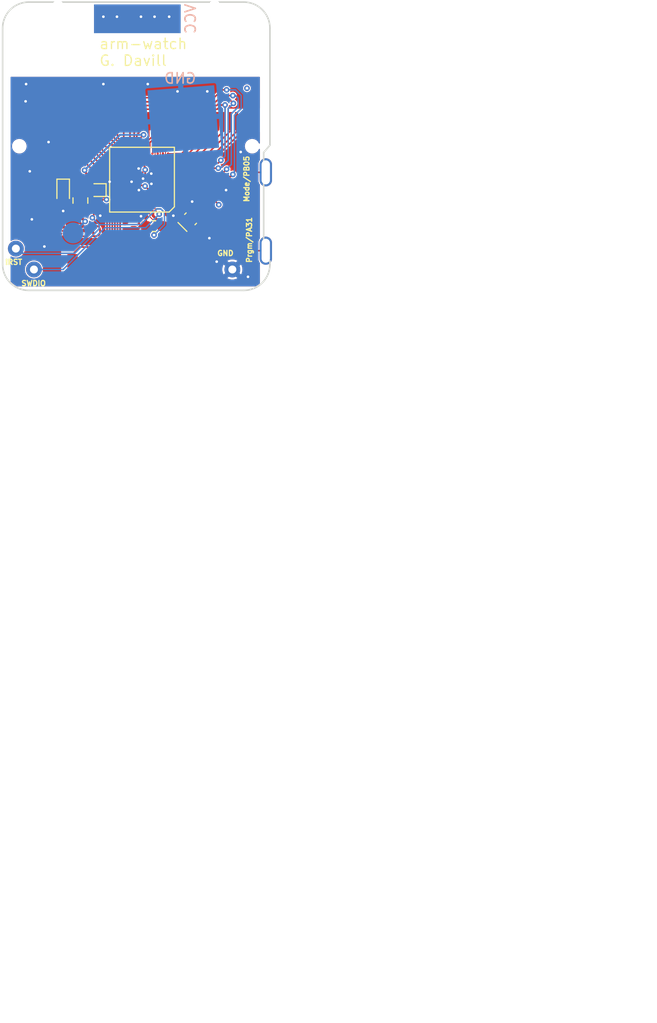
<source format=kicad_pcb>
(kicad_pcb (version 20201116) (generator pcbnew)
  (title_block (title "arm-watch") (date "2020-12-06") (rev "r1.0") (company "GsD - @gregdavill"))
  (layers (0 "F.Cu" signal) (1 "In1.Cu" power) (2 "In2.Cu" signal) (31 "B.Cu" signal) (34 "B.Paste" user) (35 "F.Paste" user) (36 "B.SilkS" user "B.Silkscreen") (37 "F.SilkS" user "F.Silkscreen") (38 "B.Mask" user) (39 "F.Mask" user) (44 "Edge.Cuts" user))
  (net 0 "")
  (net 1 "/LCD_SEG0")
  (net 2 "Net-(U1-PadF11)")
  (net 3 "Net-(U1-PadF10)")
  (net 4 "Net-(U1-PadE11)")
  (net 5 "Net-(U1-PadE10)")
  (net 6 "Net-(U1-PadL6)")
  (net 7 "Net-(U1-PadD10)")
  (net 8 "Net-(U1-PadD9)")
  (net 9 "Net-(U1-PadC11)")
  (net 10 "Net-(U1-PadC10)")
  (net 11 "Net-(D1-Pad1)")
  (net 12 "Net-(C1-Pad1)")
  (net 13 "Net-(U1-PadH9)")
  (net 14 "Net-(U1-PadG11)")
  (net 15 "Net-(U1-PadG10)")
  (net 16 "GND")
  (net 17 "Net-(U1-PadK6)")
  (net 18 "Net-(C2-Pad1)")
  (net 19 "/RST_N")
  (net 20 "+3V0")
  (net 21 "/SWCLK")
  (net 22 "Net-(U1-PadJ8)")
  (net 23 "Net-(U1-PadJ5)")
  (net 24 "/MODE")
  (net 25 "/KEY8")
  (net 26 "/KEY7")
  (net 27 "/SWDIO")
  (net 28 "/KEY6")
  (net 29 "/LCD_COM3")
  (net 30 "/LCD_COM1")
  (net 31 "/LCD_COM2")
  (net 32 "/LCD_COM0")
  (net 33 "Net-(U1-PadE2)")
  (net 34 "Net-(U1-PadE1)")
  (net 35 "Net-(U1-PadD3)")
  (net 36 "Net-(U1-PadD2)")
  (net 37 "Net-(U1-PadD1)")
  (net 38 "Net-(U1-PadC9)")
  (net 39 "Net-(U1-PadC8)")
  (net 40 "Net-(U1-PadC4)")
  (net 41 "Net-(U1-PadC3)")
  (net 42 "Net-(C3-Pad1)")
  (net 43 "Net-(U1-PadB8)")
  (net 44 "Net-(U1-PadB7)")
  (net 45 "Net-(U1-PadB6)")
  (net 46 "Net-(L1-Pad1)")
  (net 47 "Net-(U1-PadA9)")
  (net 48 "Net-(U1-PadB9)")
  (net 49 "Net-(BRD1-Pad8)")
  (net 50 "/BUZZER")
  (net 51 "Net-(U1-PadA6)")
  (net 52 "Net-(U1-PadA3)")
  (net 53 "Net-(U1-PadA2)")
  (net 54 "/LCD_SEG10")
  (net 55 "/LCD_SEG8")
  (net 56 "/LCD_SEG6")
  (net 57 "/LCD_SEG4")
  (net 58 "/LCD_SEG2")
  (net 59 "/LCD_SEG12")
  (net 60 "/LCD_SEG9")
  (net 61 "/LCD_SEG7")
  (net 62 "/LCD_SEG3")
  (net 63 "/LCD_SEG1")
  (net 64 "/LCD_SEG15")
  (net 65 "/LCD_SEG14")
  (net 66 "/LCD_SEG11")
  (net 67 "/LCD_SEG5")
  (net 68 "/LCD_SEG17")
  (net 69 "/LCD_SEG16")
  (net 70 "/LCD_SEG13")
  (net 71 "/LCD_SEG19")
  (net 72 "/LCD_SEG18")
  (net 73 "/LCD_SEG21")
  (net 74 "/LCD_SEG20")
  (net 75 "/LCD_SEG23")
  (net 76 "/LCD_SEG22")
  (net 77 "/LCD_SEG25")
  (net 78 "/LCD_SEG24")
  (net 79 "/LCD_SEG26")
  (net 80 "/LCD_SEG27")
  (net 81 "/LCD_SEG28")
  (net 82 "/LCD_SEG29")
  (net 83 "/LCD_SEG30")
  (net 84 "/KEY0")
  (net 85 "/KEY1")
  (net 86 "/KEY2")
  (net 87 "/KEY3")
  (net 88 "/KEY4")
  (net 89 "/KEY5")
  (net 90 "Net-(U1-PadB3)")
  (footprint "gsd-footprints:C_0201_0603Metric" (layer "F.Cu") (at 116.7 75.07 90)
    (fp_text reference "C3" hide)
    (fp_text value "0.1uF" hide)
  )
  (footprint "gsd-footprints:C_0201_0603Metric" (layer "F.Cu") (at 124.1 73.2 135)
    (fp_text reference "C1" hide)
    (fp_text value "8pF" hide)
  )
  (footprint "gsd-footprints:C_0201_0603Metric" (layer "F.Cu") (at 114.05 73.45)
    (fp_text reference "C4" hide)
    (fp_text value "0.1uF" hide)
  )
  (footprint "Crystal:Crystal_SMD_MicroCrystal_CM9V-T1A-2Pin_1.6x1.0mm" (layer "F.Cu") (at 123 74.35 45)
    (fp_text reference "Y1" hide)
    (fp_text value "32.768KHz" hide)
  )
  (footprint "Inductor_SMD:L_0805_2012Metric" (layer "F.Cu") (at 112.45 72.6 -90)
    (fp_text reference "L2" hide)
    (fp_text value "10uH" hide)
  )
  (footprint "gsd-footprints:R_0201_0603Metric" (layer "F.Cu") (at 124.95 72.25 135)
    (fp_text reference "R1" hide)
    (fp_text value "1k" hide)
  )
  (footprint "gsd-footprints:R_0201_0603Metric" (layer "F.Cu") (at 114.05 72.75 180)
    (fp_text reference "R2" hide)
    (fp_text value "10K" hide)
  )
  (footprint "gsd-footprints:BGA-100_6.0x6.0mm_Layout11x11_P0.5mm_Ball0.3mm_Pad0.25mm_NSMD" (layer "F.Cu") (at 118.35 70.6 180)
    (fp_text reference "U1" hide)
    (fp_text value "ATSAML22N16A-CFUT" hide)
  )
  (footprint "goodwatch31:ca53board" (layer "F.Cu") (at 105 81.2)
    (fp_text reference "BRD1" hide)
    (fp_text value "CA53BOARD" hide)
  )
  (footprint "Resistor_SMD:R_0402_1005Metric" (layer "F.Cu") (at 113.95 70.3)
    (fp_text reference "C6" hide)
    (fp_text value "4.7uF" hide)
  )
  (footprint "Package_TO_SOT_SMD:SOT-883" (layer "F.Cu") (at 114.1 71.6 180)
    (fp_text reference "Q1" hide)
    (fp_text value "Q_NMOS_GSD" hide)
  )
  (footprint "Diode_SMD:D_SOD-523" (layer "F.Cu") (at 110.8 71.7 -90)
    (fp_text reference "D1" hide)
    (fp_text value "D_Schottky_ALT" hide)
  )
  (footprint "Capacitor_SMD:C_0402_1005Metric" (layer "F.Cu") (at 117.55 74.85 90)
    (fp_text reference "C5" hide)
    (fp_text value "4.7uF" hide)
  )
  (footprint "gsd-footprints:C_0201_0603Metric" (layer "F.Cu") (at 121.847416 75.389447 135)
    (fp_text reference "C2" hide)
    (fp_text value "8pF" hide)
  )
  (footprint "goodwatch31:ca53keypad" (layer "F.Cu") (at 111.2 78.6)
    (fp_text reference "KPD1" hide)
    (fp_text value "CA53KEYPAD" hide)
  )
  (footprint "gkl_logos:oshw_small" (layer "F.Cu") (at 109.8 75)
    (fp_text reference "G***" hide)
    (fp_text value "LOGO" hide)
  )
  (footprint "goodwatch31:ca53lcd" (layer "F.Cu") (at 107.4 65)
    (fp_text reference "LCD1" hide)
    (fp_text value "CA53LCD" hide)
  )
  (footprint "gkl_logos:gsd_logo_small" (layer "F.Cu") (at 113 75.6)
    (fp_text reference "G***" hide)
    (fp_text value "LOGO" hide)
  )
  (footprint "Inductor_SMD:L_0603_1608Metric" (layer "F.Cu") (at 119.5 75.05 180)
    (fp_text reference "L1" hide)
    (fp_text value "10uH" hide)
  )
  (gr_line (start 130.6 67.3) (end 130.6 56.1) (layer "Edge.Cuts") (width 0.15))
  (gr_line (start 130 78.4) (end 130 68) (layer "Edge.Cuts") (width 0.15))
  (gr_line (start 130.6 78.4) (end 130 78.4) (layer "Edge.Cuts") (width 0.15))
  (gr_arc (start 128.1 78.7) (end 128.1 81.2) (angle -90) (layer "Edge.Cuts") (width 0.15))
  (gr_line (start 107.5 81.2) (end 128.1 81.2) (layer "Edge.Cuts") (width 0.15))
  (gr_arc (start 107.5 56.1) (end 107.5 53.6) (angle -90) (layer "Edge.Cuts") (width 0.15))
  (gr_line (start 130.6 78.7) (end 130.6 78.4) (layer "Edge.Cuts") (width 0.15))
  (gr_line (start 105 56.1) (end 105 78.7) (layer "Edge.Cuts") (width 0.15))
  (gr_line (start 130 68) (end 130.6 67.3) (layer "Edge.Cuts") (width 0.15))
  (gr_arc (start 128.1 56.1) (end 130.6 56.1) (angle -90) (layer "Edge.Cuts") (width 0.15))
  (gr_arc (start 107.5 78.7) (end 105 78.7) (angle -90) (layer "Edge.Cuts") (width 0.15))
  (gr_line (start 128.1 53.6) (end 107.5 53.6) (layer "Edge.Cuts") (width 0.15))
  (gr_text "Mode/PB05" (at 128.368 70.532 90) (layer "F.SilkS") (effects (font (size 0.5 0.5) (thickness 0.125))))
  (gr_text "GND" (at 126.336 77.644) (layer "F.SilkS") (effects (font (size 0.5 0.5) (thickness 0.125))))
  (gr_text "!RST" (at 106.063 78.493) (layer "F.SilkS") (effects (font (size 0.5 0.5) (thickness 0.125))))
  (gr_text "Prgm/PA31" (at 128.622 76.374 90) (layer "F.SilkS") (effects (font (size 0.5 0.5) (thickness 0.125))))
  (gr_text "SWDIO" (at 107.968 80.525) (layer "F.SilkS") (effects (font (size 0.5 0.5) (thickness 0.125))))
  (gr_text "arm-watch\nG. Davill" (at 114.2 58.4) (layer "F.SilkS") (effects (font (size 1 1) (thickness 0.125)) (justify left)))
  (via (at 128.4 61.85) (size 0.55) (drill 0.25) (layers "F.Cu" "B.Cu") (net 0))
  (segment (start 110 65) (end 110 66.05) (width 0.15) (layer "F.Cu") (net 1))
  (segment (start 110 66.05) (end 113.55 69.6) (width 0.15) (layer "F.Cu") (net 1))
  (segment (start 115.85 69.6) (end 115.35 69.6) (width 0.0889) (layer "F.Cu") (net 1))
  (segment (start 115.35 69.6) (end 115.3 69.6) (width 0.0889) (layer "F.Cu") (net 1))
  (segment (start 113.55 69.6) (end 115.3 69.6) (width 0.15) (layer "F.Cu") (net 1))
  (segment (start 112.85 69.835) (end 112.85 69.7) (width 0.2) (layer "F.Cu") (net 6))
  (segment (start 118.35 67.4) (end 118.2 67.25) (width 0.15) (layer "F.Cu") (net 6))
  (segment (start 118.35 67.6) (end 118.35 68.1) (width 0.0889) (layer "F.Cu") (net 6))
  (segment (start 118.35 67.6) (end 118.35 67.4) (width 0.15) (layer "F.Cu") (net 6))
  (segment (start 118.2 66.6) (end 118.5 66.3) (width 0.15) (layer "F.Cu") (net 6))
  (segment (start 113.415 70.4) (end 112.85 69.835) (width 0.2) (layer "F.Cu") (net 6))
  (segment (start 118.2 67.25) (end 118.2 66.6) (width 0.15) (layer "F.Cu") (net 6))
  (via (at 112.85 69.7) (size 0.55) (drill 0.25) (layers "F.Cu" "B.Cu") (net 6))
  (via (at 118.5 66.3) (size 0.55) (drill 0.25) (layers "F.Cu" "B.Cu") (net 6))
  (segment (start 112.85 69.7) (end 116.25 66.3) (width 0.2) (layer "B.Cu") (net 6))
  (segment (start 116.25 66.3) (end 118.5 66.3) (width 0.2) (layer "B.Cu") (net 6))
  (segment (start 113.55 70.95) (end 113.1 70.95) (width 0.25) (layer "F.Cu") (net 11))
  (segment (start 111.05 70.75) (end 110.8 71) (width 0.25) (layer "F.Cu") (net 11))
  (segment (start 113.75 71.6) (end 113.75 71.15) (width 0.25) (layer "F.Cu") (net 11))
  (segment (start 113.75 71.15) (end 113.55 70.95) (width 0.25) (layer "F.Cu") (net 11))
  (segment (start 113.1 70.95) (end 112.9 70.75) (width 0.25) (layer "F.Cu") (net 11))
  (segment (start 112.9 70.75) (end 111.05 70.75) (width 0.25) (layer "F.Cu") (net 11))
  (segment (start 123.198528 73.7) (end 123.424264 73.925736) (width 0.0889) (layer "F.Cu") (net 12))
  (segment (start 121.15 72.6) (end 122.25 73.7) (width 0.0889) (layer "F.Cu") (net 12))
  (segment (start 124.326274 73.523726) (end 123.924264 73.925736) (width 0.0889) (layer "F.Cu") (net 12))
  (segment (start 120.85 72.6) (end 121.15 72.6) (width 0.0889) (layer "F.Cu") (net 12))
  (segment (start 124.326274 73.426274) (end 124.326274 73.523726) (width 0.0889) (layer "F.Cu") (net 12))
  (segment (start 123.924264 73.925736) (end 123.424264 73.925736) (width 0.0889) (layer "F.Cu") (net 12))
  (segment (start 122.25 73.7) (end 123.198528 73.7) (width 0.0889) (layer "F.Cu") (net 12))
  (segment (start 114.785 70.8) (end 114.385 70.4) (width 0.2) (layer "F.Cu") (net 16))
  (segment (start 118.037447 70.5) (end 118.45 70.5) (width 0.15) (layer "F.Cu") (net 16))
  (segment (start 117.85 69.359515) (end 118.024784 69.534299) (width 0.15) (layer "F.Cu") (net 16))
  (segment (start 117.659634 70.122187) (end 118.037447 70.5) (width 0.15) (layer "F.Cu") (net 16))
  (segment (start 117.985 74.365) (end 118.25 74.1) (width 0.25) (layer "F.Cu") (net 16))
  (segment (start 119.75 71) (end 119.25 71) (width 0.15) (layer "F.Cu") (net 16))
  (segment (start 116.85 74.75) (end 117.1 74.5) (width 0.25) (layer "F.Cu") (net 16))
  (segment (start 123.2 72.65) (end 123.15 72.7) (width 0.15) (layer "F.Cu") (net 16))
  (segment (start 119.35 69.909107) (end 119.237052 70.022055) (width 0.15) (layer "F.Cu") (net 16))
  (segment (start 117.235 74.365) (end 117.55 74.365) (width 0.25) (layer "F.Cu") (net 16))
  (segment (start 117.1 74.5) (end 117.235 74.365) (width 0.25) (layer "F.Cu") (net 16))
  (segment (start 115.25 71.05) (end 115.25 70.8) (width 0.1) (layer "F.Cu") (net 16))
  (segment (start 119.85 71.1) (end 119.75 71) (width 0.15) (layer "F.Cu") (net 16))
  (segment (start 118.35 71.9) (end 118.05 71.6) (width 0.15) (layer "F.Cu") (net 16))
  (segment (start 123.55 72.65) (end 123.2 72.65) (width 0.15) (layer "F.Cu") (net 16))
  (segment (start 116.7 74.75) (end 116.85 74.75) (width 0.25) (layer "F.Cu") (net 16))
  (segment (start 121.35 74.892031) (end 121.35 74.05) (width 0.15) (layer "F.Cu") (net 16))
  (segment (start 114.37 73.45) (end 114.37 74.03) (width 0.15) (layer "F.Cu") (net 16))
  (segment (start 116.872187 70.122187) (end 117.659634 70.122187) (width 0.15) (layer "F.Cu") (net 16))
  (segment (start 121.621142 75.163173) (end 121.35 74.892031) (width 0.15) (layer "F.Cu") (net 16))
  (segment (start 116.85 71.1) (end 117.05 71.1) (width 0.15) (layer "F.Cu") (net 16))
  (segment (start 114.45 71.375) (end 114.925 71.375) (width 0.1) (layer "F.Cu") (net 16))
  (segment (start 123.873726 72.973726) (end 123.55 72.65) (width 0.15) (layer "F.Cu") (net 16))
  (segment (start 119.35 69.6) (end 119.35 69.909107) (width 0.15) (layer "F.Cu") (net 16))
  (segment (start 117.05 71.1) (end 117.35 70.8) (width 0.15) (layer "F.Cu") (net 16))
  (segment (start 118.35 72.1) (end 118.35 71.9) (width 0.15) (layer "F.Cu") (net 16))
  (segment (start 114.925 71.375) (end 115.25 71.05) (width 0.1) (layer "F.Cu") (net 16))
  (segment (start 116.85 70.1) (end 116.872187 70.122187) (width 0.15) (layer "F.Cu") (net 16))
  (segment (start 114.37 74.03) (end 114.35 74.05) (width 0.15) (layer "F.Cu") (net 16))
  (segment (start 117.85 69.1) (end 117.85 69.359515) (width 0.15) (layer "F.Cu") (net 16))
  (segment (start 117.55 74.365) (end 117.985 74.365) (width 0.25) (layer "F.Cu") (net 16))
  (segment (start 115.25 70.8) (end 114.785 70.8) (width 0.2) (layer "F.Cu") (net 16))
  (via (at 123.15 72.7) (size 0.55) (drill 0.25) (layers "F.Cu" "B.Cu") (net 16))
  (via (at 109.4 67) (size 0.55) (drill 0.25) (layers "F.Cu" "B.Cu") (net 16))
  (via (at 121.35 74.05) (size 0.55) (drill 0.25) (layers "F.Cu" "B.Cu") (net 16))
  (via (at 107.25 61.45) (size 0.55) (drill 0.25) (layers "F.Cu" "B.Cu") (net 16))
  (via (at 118.024784 69.534299) (size 0.55) (drill 0.25) (layers "F.Cu" "B.Cu") (net 16))
  (via (at 121.75 62.15) (size 0.55) (drill 0.25) (layers "F.Cu" "B.Cu") (net 16))
  (via (at 124.8 76.2) (size 0.55) (drill 0.25) (layers "F.Cu" "B.Cu") (net 16))
  (via (at 118.25 74.1) (size 0.55) (drill 0.25) (layers "F.Cu" "B.Cu") (net 16))
  (via (at 119.25 71) (size 0.55) (drill 0.25) (layers "F.Cu" "B.Cu") (net 16))
  (via (at 128.5 79.9) (size 0.55) (drill 0.25) (layers "F.Cu" "B.Cu") (net 16))
  (via (at 118.45 70.5) (size 0.55) (drill 0.25) (layers "F.Cu" "B.Cu") (net 16))
  (via (at 118.05 71.6) (size 0.55) (drill 0.25) (layers "F.Cu" "B.Cu") (net 16))
  (via (at 126.4 71.6) (size 0.55) (drill 0.25) (layers "F.Cu" "B.Cu") (net 16))
  (via (at 125.5 78.45) (size 0.55) (drill 0.25) (layers "F.Cu" "B.Cu") (net 16))
  (via (at 114.35 74.05) (size 0.55) (drill 0.25) (layers "F.Cu" "B.Cu") (net 16))
  (via (at 109 77) (size 0.55) (drill 0.25) (layers "F.Cu" "B.Cu") (net 16))
  (via (at 107.2 63.1) (size 0.55) (drill 0.25) (layers "F.Cu" "B.Cu") (net 16))
  (via (at 117.35 70.8) (size 0.55) (drill 0.25) (layers "F.Cu" "B.Cu") (net 16))
  (via (at 107.8 74.4) (size 0.55) (drill 0.25) (layers "F.Cu" "B.Cu") (net 16))
  (via (at 115.25 70.8) (size 0.55) (drill 0.25) (layers "F.Cu" "B.Cu") (net 16))
  (via (at 107.6 69.8) (size 0.55) (drill 0.25) (layers "F.Cu" "B.Cu") (net 16))
  (via (at 110.8 73.6) (size 0.55) (drill 0.25) (layers "F.Cu" "B.Cu") (net 16))
  (via (at 127.8 67.95) (size 0.55) (drill 0.25) (layers "F.Cu" "B.Cu") (net 16))
  (via (at 118.9 61.45) (size 0.55) (drill 0.25) (layers "F.Cu" "B.Cu") (net 16))
  (via (at 114.65 61.45) (size 0.55) (drill 0.25) (layers "F.Cu" "B.Cu") (net 16))
  (via (at 124.6 62.15) (size 0.55) (drill 0.25) (layers "F.Cu" "B.Cu") (net 16))
  (via (at 119.237052 70.022055) (size 0.55) (drill 0.25) (layers "F.Cu" "B.Cu") (net 16))
  (segment (start 121.95 74.148528) (end 122.575736 74.774264) (width 0.0889) (layer "F.Cu") (net 18))
  (segment (start 121.95 73.75) (end 121.95 74.148528) (width 0.0889) (layer "F.Cu") (net 18))
  (segment (start 122.575736 75.124264) (end 122.575736 74.774264) (width 0.0889) (layer "F.Cu") (net 18))
  (segment (start 121.3 73.1) (end 121.95 73.75) (width 0.0889) (layer "F.Cu") (net 18))
  (segment (start 120.85 73.1) (end 121.3 73.1) (width 0.0889) (layer "F.Cu") (net 18))
  (segment (start 122.084279 75.615721) (end 122.575736 75.124264) (width 0.0889) (layer "F.Cu") (net 18))
  (segment (start 122.07369 75.615721) (end 122.084279 75.615721) (width 0.0889) (layer "F.Cu") (net 18))
  (segment (start 118.604149 72.345851) (end 118.604149 72.718009) (width 0.0889) (layer "F.Cu") (net 19))
  (segment (start 119.5 74.55) (end 119.5 75.9) (width 0.0889) (layer "F.Cu") (net 19))
  (segment (start 118.604149 72.718009) (end 118.740289 72.854149) (width 0.0889) (layer "F.Cu") (net 19))
  (segment (start 119.1 73) (end 119.1 74.15) (width 0.0889) (layer "F.Cu") (net 19))
  (segment (start 118.740289 72.854149) (end 118.954149 72.854149) (width 0.0889) (layer "F.Cu") (net 19))
  (segment (start 119.1 74.15) (end 119.5 74.55) (width 0.0889) (layer "F.Cu") (net 19))
  (segment (start 113.73 74.12) (end 113.73 73.45) (width 0.15) (layer "F.Cu") (net 19))
  (segment (start 118.85 72.1) (end 118.604149 72.345851) (width 0.0889) (layer "F.Cu") (net 19))
  (segment (start 113.6 74.25) (end 113.73 74.12) (width 0.15) (layer "F.Cu") (net 19))
  (segment (start 118.954149 72.854149) (end 119.1 73) (width 0.0889) (layer "F.Cu") (net 19))
  (segment (start 113.73 72.75) (end 113.73 73.45) (width 0.15) (layer "F.Cu") (net 19))
  (via (at 119.5 75.9) (size 0.55) (drill 0.25) (layers "F.Cu" "B.Cu") (net 19))
  (via (at 113.6 74.25) (size 0.55) (drill 0.25) (layers "F.Cu" "B.Cu") (net 19))
  (segment (start 119.75 73.4) (end 118.25 74.9) (width 0.15) (layer "B.Cu") (net 19))
  (segment (start 120.5 73.75) (end 120.15 73.4) (width 0.15) (layer "B.Cu") (net 19))
  (segment (start 120.15 73.4) (end 119.75 73.4) (width 0.15) (layer "B.Cu") (net 19))
  (segment (start 106.72 77.65) (end 111.9 77.65) (width 0.15) (layer "B.Cu") (net 19))
  (segment (start 111.9 77.65) (end 114.25 75.3) (width 0.15) (layer "B.Cu") (net 19))
  (segment (start 118.25 74.9) (end 114.25 74.9) (width 0.15) (layer "B.Cu") (net 19))
  (segment (start 106.27 77.2) (end 106.72 77.65) (width 0.15) (layer "B.Cu") (net 19))
  (segment (start 114.25 75.3) (end 114.25 74.9) (width 0.15) (layer "B.Cu") (net 19))
  (segment (start 120.5 74.9) (end 120.5 73.75) (width 0.15) (layer "B.Cu") (net 19))
  (segment (start 119.5 75.9) (end 120.5 74.9) (width 0.15) (layer "B.Cu") (net 19))
  (segment (start 114.25 74.9) (end 113.6 74.25) (width 0.15) (layer "B.Cu") (net 19))
  (segment (start 125.176274 72.476274) (end 125.7 73) (width 0.15) (layer "F.Cu") (net 20))
  (segment (start 117.35 71.6) (end 117.8 71.15) (width 0.15) (layer "F.Cu") (net 20))
  (segment (start 117.8 71.15) (end 118.573173 71.15) (width 0.15) (layer "F.Cu") (net 20))
  (segment (start 119.55 70.6) (end 119.45 70.5) (width 0.15) (layer "F.Cu") (net 20))
  (segment (start 118.025317 70.15) (end 118.153589 70.15) (width 0.15) (layer "F.Cu") (net 20))
  (segment (start 114.62 72.5) (end 114.37 72.75) (width 0.15) (layer "F.Cu") (net 20))
  (segment (start 118.653029 69.403029) (end 118.653029 69.65056) (width 0.15) (layer "F.Cu") (net 20))
  (segment (start 119.85 70.6) (end 119.55 70.6) (width 0.15) (layer "F.Cu") (net 20))
  (segment (start 114.7 72.25) (end 114.95 72.5) (width 0.2) (layer "F.Cu") (net 20))
  (segment (start 117.088902 70.361098) (end 117.560674 70.361098) (width 0.15) (layer "F.Cu") (net 20))
  (segment (start 117.758594 69.883276) (end 118.025317 70.15) (width 0.15) (layer "F.Cu") (net 20))
  (segment (start 113.0375 72.25) (end 114.6 72.25) (width 0.2) (layer "F.Cu") (net 20))
  (segment (start 118.153589 70.15) (end 118.653029 69.65056) (width 0.15) (layer "F.Cu") (net 20))
  (segment (start 114.95 72.5) (end 114.62 72.5) (width 0.15) (layer "F.Cu") (net 20))
  (segment (start 116.85 70.6) (end 117.088902 70.361098) (width 0.15) (layer "F.Cu") (net 20))
  (segment (start 118.653029 70.064127) (end 118.653029 69.65056) (width 0.15) (layer "F.Cu") (net 20))
  (segment (start 118.573173 71.15) (end 118.64164 71.218467) (width 0.15) (layer "F.Cu") (net 20))
  (segment (start 119.088902 70.5) (end 118.653029 70.064127) (width 0.15) (layer "F.Cu") (net 20))
  (segment (start 119.85 70.1) (end 119.45 70.5) (width 0.15) (layer "F.Cu") (net 20))
  (segment (start 112.45 71.6625) (end 113.0375 72.25) (width 0.2) (layer "F.Cu") (net 20))
  (segment (start 117.8 70.600424) (end 117.8 71.15) (width 0.15) (layer "F.Cu") (net 20))
  (segment (start 117.560674 70.361098) (end 117.8 70.600424) (width 0.15) (layer "F.Cu") (net 20))
  (segment (start 119.023173 71.6) (end 118.64164 71.218467) (width 0.15) (layer "F.Cu") (net 20))
  (segment (start 117.35 69.6) (end 117.633276 69.883276) (width 0.15) (layer "F.Cu") (net 20))
  (segment (start 118.35 69.1) (end 118.653029 69.403029) (width 0.15) (layer "F.Cu") (net 20))
  (segment (start 119.45 70.5) (end 119.088902 70.5) (width 0.15) (layer "F.Cu") (net 20))
  (segment (start 117.633276 69.883276) (end 117.758594 69.883276) (width 0.15) (layer "F.Cu") (net 20))
  (segment (start 119.35 71.6) (end 119.023173 71.6) (width 0.15) (layer "F.Cu") (net 20))
  (segment (start 114.6 72.25) (end 114.7 72.25) (width 0.2) (layer "F.Cu") (net 20))
  (via (at 120.95 55) (size 0.55) (drill 0.25) (layers "F.Cu" "B.Cu") (net 20))
  (via (at 115.95 55) (size 0.55) (drill 0.25) (layers "F.Cu" "B.Cu") (net 20))
  (via (at 125.7 73) (size 0.55) (drill 0.25) (layers "F.Cu" "B.Cu") (net 20))
  (via (at 118.653029 69.65056) (size 0.55) (drill 0.25) (layers "F.Cu" "B.Cu") (net 20))
  (via (at 118.64164 71.218467) (size 0.55) (drill 0.25) (layers "F.Cu" "B.Cu") (net 20))
  (via (at 118.25 55) (size 0.55) (drill 0.25) (layers "F.Cu" "B.Cu") (net 20))
  (via (at 114.95 72.5) (size 0.55) (drill 0.25) (layers "F.Cu" "B.Cu") (net 20))
  (via (at 114.65 55) (size 0.55) (drill 0.25) (layers "F.Cu" "B.Cu") (net 20))
  (via (at 119.55 55) (size 0.55) (drill 0.25) (layers "F.Cu" "B.Cu") (net 20))
  (segment (start 120.104149 71.495851) (end 120.25 71.35) (width 0.0889) (layer "F.Cu") (net 21))
  (segment (start 119.954149 71.845851) (end 120.104149 71.695851) (width 0.0889) (layer "F.Cu") (net 21))
  (segment (start 120.104149 71.695851) (end 120.104149 71.495851) (width 0.0889) (layer "F.Cu") (net 21))
  (segment (start 119.104149 72.345851) (end 119.468009 72.345851) (width 0.0889) (layer "F.Cu") (net 21))
  (segment (start 120.25 71.35) (end 121.45 71.35) (width 0.0889) (layer "F.Cu") (net 21))
  (segment (start 124.723726 72.023726) (end 124.25 71.55) (width 0.15) (layer "F.Cu") (net 21))
  (segment (start 124.947452 71.8) (end 125.3 71.8) (width 0.15) (layer "F.Cu") (net 21))
  (segment (start 124.05 71.35) (end 124.25 71.55) (width 0.15) (layer "F.Cu") (net 21))
  (segment (start 127.75 77.4) (end 129.92499 77.4) (width 0.15) (layer "F.Cu") (net 21))
  (segment (start 125.3 71.8) (end 126.4 72.9) (width 0.15) (layer "F.Cu") (net 21))
  (segment (start 124.723726 72.023726) (end 124.947452 71.8) (width 0.15) (layer "F.Cu") (net 21))
  (segment (start 119.595851 71.990289) (end 119.740289 71.845851) (width 0.0889) (layer "F.Cu") (net 21))
  (segment (start 126.4 72.9) (end 126.4 76.05) (width 0.15) (layer "F.Cu") (net 21))
  (segment (start 118.85 72.6) (end 119.104149 72.345851) (width 0.0889) (layer "F.Cu") (net 21))
  (segment (start 126.4 76.05) (end 127.75 77.4) (width 0.15) (layer "F.Cu") (net 21))
  (segment (start 119.595851 72.218009) (end 119.595851 71.990289) (width 0.0889) (layer "F.Cu") (net 21))
  (segment (start 123.25 71.35) (end 124.05 71.35) (width 0.15) (layer "F.Cu") (net 21))
  (segment (start 119.740289 71.845851) (end 119.954149 71.845851) (width 0.0889) (layer "F.Cu") (net 21))
  (segment (start 119.468009 72.345851) (end 119.595851 72.218009) (width 0.0889) (layer "F.Cu") (net 21))
  (segment (start 121.45 71.35) (end 123.25 71.35) (width 0.15) (layer "F.Cu") (net 21))
  (segment (start 120.6 70.85) (end 121.45 70.85) (width 0.0889) (layer "F.Cu") (net 24))
  (segment (start 121.45 70.85) (end 127.2 70.85) (width 0.15) (layer "F.Cu") (net 24))
  (segment (start 128.15 69.9) (end 129.92499 69.9) (width 0.15) (layer "F.Cu") (net 24))
  (segment (start 127.2 70.85) (end 128.15 69.9) (width 0.15) (layer "F.Cu") (net 24))
  (segment (start 120.35 70.6) (end 120.6 70.85) (width 0.0889) (layer "F.Cu") (net 24))
  (segment (start 123.7 76) (end 123.7 78.55) (width 0.15) (layer "F.Cu") (net 25))
  (segment (start 120.6 71.85) (end 121.45 71.85) (width 0.0889) (layer "F.Cu") (net 25))
  (segment (start 121.45 71.85) (end 123.85 71.85) (width 0.15) (layer "F.Cu") (net 25))
  (segment (start 125.15 74.55) (end 123.7 76) (width 0.15) (layer "F.Cu") (net 25))
  (segment (start 125.15 73.15) (end 125.15 74.55) (width 0.15) (layer "F.Cu") (net 25))
  (segment (start 120.35 72.1) (end 120.6 71.85) (width 0.0889) (layer "F.Cu") (net 25))
  (segment (start 123.85 71.85) (end 125.15 73.15) (width 0.15) (layer "F.Cu") (net 25))
  (segment (start 124.9 74.4) (end 122.2 77.1) (width 0.15) (layer "F.Cu") (net 26))
  (segment (start 124.9 73.3) (end 124.9 74.4) (width 0.15) (layer "F.Cu") (net 26))
  (segment (start 123.7 72.1) (end 124.9 73.3) (width 0.15) (layer "F.Cu") (net 26))
  (segment (start 120.85 72.1) (end 121.45 72.1) (width 0.0889) (layer "F.Cu") (net 26))
  (segment (start 122.2 77.1) (end 122.2 78.65) (width 0.15) (layer "F.Cu") (net 26))
  (segment (start 121.45 72.1) (end 123.7 72.1) (width 0.15) (layer "F.Cu") (net 26))
  (segment (start 119.35 72.6) (end 119.595851 72.845851) (width 0.0889) (layer "F.Cu") (net 27))
  (segment (start 119.595851 73.495851) (end 120 73.9) (width 0.0889) (layer "F.Cu") (net 27))
  (segment (start 119.595851 72.845851) (end 119.595851 73.495851) (width 0.0889) (layer "F.Cu") (net 27))
  (via (at 120 73.9) (size 0.55) (drill 0.25) (layers "F.Cu" "B.Cu") (net 27))
  (segment (start 110.8 79.2) (end 108 79.2) (width 0.15) (layer "B.Cu") (net 27))
  (segment (start 118.7 75.2) (end 114.8 75.2) (width 0.15) (layer "B.Cu") (net 27))
  (segment (start 114.8 75.2) (end 110.8 79.2) (width 0.15) (layer "B.Cu") (net 27))
  (segment (start 120 73.9) (end 118.7 75.2) (width 0.15) (layer "B.Cu") (net 27))
  (segment (start 120.7 76.85) (end 121 76.55) (width 0.15) (layer "F.Cu") (net 28))
  (segment (start 121 74.65) (end 121 74.35) (width 0.15) (layer "F.Cu") (net 28))
  (segment (start 120.604149 73.645851) (end 120.6 73.65) (width 0.0889) (layer "F.Cu") (net 28))
  (segment (start 121 76.55) (end 121 74.65) (width 0.15) (layer "F.Cu") (net 28))
  (segment (start 120.7 78.6) (end 120.7 76.85) (width 0.15) (layer "F.Cu") (net 28))
  (segment (start 120.35 72.6) (end 120.604149 72.854149) (width 0.0889) (layer "F.Cu") (net 28))
  (segment (start 120.6 73.95) (end 120.6 73.65) (width 0.15) (layer "F.Cu") (net 28))
  (segment (start 120.604149 72.854149) (end 120.604149 73.645851) (width 0.0889) (layer "F.Cu") (net 28))
  (segment (start 121 74.35) (end 120.6 73.95) (width 0.15) (layer "F.Cu") (net 28))
  (segment (start 120.6 69.85) (end 121.4 69.85) (width 0.0889) (layer "F.Cu") (net 29))
  (segment (start 109.591701 63.858299) (end 109.4 64.05) (width 0.15) (layer "F.Cu") (net 29))
  (segment (start 109.808299 63.858299) (end 125.546292 63.858299) (width 0.15) (layer "F.Cu") (net 29))
  (segment (start 125.954591 63.45) (end 126.3 63.45) (width 0.15) (layer "F.Cu") (net 29))
  (segment (start 124.35 69.85) (end 124.45 69.85) (width 0.15) (layer "F.Cu") (net 29))
  (segment (start 125.546292 63.858299) (end 125.954591 63.45) (width 0.15) (layer "F.Cu") (net 29))
  (segment (start 125.9 68.75) (end 125.6 69.05) (width 0.15) (layer "F.Cu") (net 29))
  (segment (start 125.25 69.05) (end 125.6 69.05) (width 0.15) (layer "F.Cu") (net 29))
  (segment (start 124.45 69.85) (end 125.25 69.05) (width 0.15) (layer "F.Cu") (net 29))
  (segment (start 109.808299 63.858299) (end 109.591701 63.858299) (width 0.15) (layer "F.Cu") (net 29))
  (segment (start 120.35 69.6) (end 120.6 69.85) (width 0.0889) (layer "F.Cu") (net 29))
  (segment (start 109.4 64.05) (end 109.4 65) (width 0.15) (layer "F.Cu") (net 29))
  (segment (start 124.35 69.85) (end 121.4 69.85) (width 0.15) (layer "F.Cu") (net 29))
  (via (at 125.9 68.75) (size 0.55) (drill 0.25) (layers "F.Cu" "B.Cu") (net 29))
  (via (at 126.3 63.45) (size 0.55) (drill 0.25) (layers "F.Cu" "B.Cu") (net 29))
  (segment (start 126.3 68.35) (end 125.9 68.75) (width 0.15) (layer "B.Cu") (net 29))
  (segment (start 126.3 63.45) (end 126.3 68.35) (width 0.15) (layer "B.Cu") (net 29))
  (segment (start 126 62.55) (end 127.05 62.55) (width 0.15) (layer "F.Cu") (net 30))
  (segment (start 124.850012 63.147079) (end 109.00012 63.14708) (width 0.15) (layer "F.Cu") (net 30))
  (segment (start 126.1 69.95) (end 125.25 69.95) (width 0.15) (layer "F.Cu") (net 30))
  (segment (start 125.402921 63.147079) (end 125.85 62.7) (width 0.15) (layer "F.Cu") (net 30))
  (segment (start 108.2 65) (end 108.2 63.9472) (width 0.15) (layer "F.Cu") (net 30))
  (segment (start 120.6 70.35) (end 121.4 70.35) (width 0.0889) (layer "F.Cu") (net 30))
  (segment (start 124.850012 63.147079) (end 125.402921 63.147079) (width 0.15) (layer "F.Cu") (net 30))
  (segment (start 125.85 62.7) (end 126 62.55) (width 0.15) (layer "F.Cu") (net 30))
  (segment (start 125.25 69.95) (end 124.85 70.35) (width 0.15) (layer "F.Cu") (net 30))
  (segment (start 126.45 69.6) (end 126.1 69.95) (width 0.15) (layer "F.Cu") (net 30))
  (segment (start 108.2 63.9472) (end 109.00012 63.14708) (width 0.15) (layer "F.Cu") (net 30))
  (segment (start 120.35 70.1) (end 120.6 70.35) (width 0.0889) (layer "F.Cu") (net 30))
  (segment (start 124.85 70.35) (end 121.4 70.35) (width 0.15) (layer "F.Cu") (net 30))
  (via (at 126.45 69.6) (size 0.55) (drill 0.25) (layers "F.Cu" "B.Cu") (net 30))
  (via (at 127.05 62.55) (size 0.55) (drill 0.25) (layers "F.Cu" "B.Cu") (net 30))
  (segment (start 126.9 64.3) (end 126.9 69.15) (width 0.15) (layer "B.Cu") (net 30))
  (segment (start 126.9 69.15) (end 126.45 69.6) (width 0.15) (layer "B.Cu") (net 30))
  (segment (start 127.3 62.55) (end 127.55 62.8) (width 0.15) (layer "B.Cu") (net 30))
  (segment (start 127.55 62.8) (end 127.55 63.65) (width 0.15) (layer "B.Cu") (net 30))
  (segment (start 127.55 63.65) (end 126.9 64.3) (width 0.15) (layer "B.Cu") (net 30))
  (segment (start 127.05 62.55) (end 127.3 62.55) (width 0.15) (layer "B.Cu") (net 30))
  (segment (start 108.8 65) (end 108.8 63.9472) (width 0.15) (layer "F.Cu") (net 31))
  (segment (start 127.1 63.3) (end 126.8 63) (width 0.15) (layer "F.Cu") (net 31))
  (segment (start 125.25 69.5) (end 125.65 69.5) (width 0.15) (layer "F.Cu") (net 31))
  (segment (start 125.49731 63.50269) (end 125.09731 63.50269) (width 0.15) (layer "F.Cu") (net 31))
  (segment (start 125.09731 63.50269) (end 109.24451 63.50269) (width 0.15) (layer "F.Cu") (net 31))
  (segment (start 126 63) (end 125.49731 63.50269) (width 0.15) (layer "F.Cu") (net 31))
  (segment (start 108.8 63.9472) (end 109.24451 63.50269) (width 0.15) (layer "F.Cu") (net 31))
  (segment (start 120.85 70.1) (end 121.4 70.1) (width 0.0889) (layer "F.Cu") (net 31))
  (segment (start 126.8 63) (end 126 63) (width 0.15) (layer "F.Cu") (net 31))
  (segment (start 121.4 70.1) (end 124.65 70.1) (width 0.15) (layer "F.Cu") (net 31))
  (segment (start 124.65 70.1) (end 125.25 69.5) (width 0.15) (layer "F.Cu") (net 31))
  (via (at 125.65 69.5) (size 0.55) (drill 0.25) (layers "F.Cu" "B.Cu") (net 31))
  (via (at 127.1 63.3) (size 0.55) (drill 0.25) (layers "F.Cu" "B.Cu") (net 31))
  (segment (start 125.65 69.5) (end 125.85 69.5) (width 0.15) (layer "B.Cu") (net 31))
  (segment (start 126.6 68.75) (end 126.6 63.8) (width 0.15) (layer "B.Cu") (net 31))
  (segment (start 125.85 69.5) (end 126.6 68.75) (width 0.15) (layer "B.Cu") (net 31))
  (segment (start 126.6 63.8) (end 127.1 63.3) (width 0.15) (layer "B.Cu") (net 31))
  (segment (start 125.1 70.6) (end 125.4 70.3) (width 0.15) (layer "F.Cu") (net 32))
  (segment (start 126 62) (end 126.45 62) (width 0.15) (layer "F.Cu") (net 32))
  (segment (start 107.6 64.05) (end 108.9 62.75) (width 0.15) (layer "F.Cu") (net 32))
  (segment (start 125.4 70.3) (end 126.85 70.3) (width 0.15) (layer "F.Cu") (net 32))
  (segment (start 126.85 70.3) (end 127.05 70.1) (width 0.15) (layer "F.Cu") (net 32))
  (segment (start 108.9 62.75) (end 125.25 62.75) (width 0.15) (layer "F.Cu") (net 32))
  (segment (start 125.25 62.75) (end 126 62) (width 0.15) (layer "F.Cu") (net 32))
  (segment (start 121.4 70.6) (end 125.1 70.6) (width 0.15) (layer "F.Cu") (net 32))
  (segment (start 107.6 65) (end 107.6 64.05) (width 0.15) (layer "F.Cu") (net 32))
  (segment (start 120.85 70.6) (end 121.4 70.6) (width 0.0889) (layer "F.Cu") (net 32))
  (via (at 126.45 62) (size 0.55) (drill 0.25) (layers "F.Cu" "B.Cu") (net 32))
  (via (at 127.05 70.1) (size 0.55) (drill 0.25) (layers "F.Cu" "B.Cu") (net 32))
  (segment (start 127.85 62.55) (end 127.3 62) (width 0.15) (layer "B.Cu") (net 32))
  (segment (start 127.2 69.95) (end 127.2 64.45) (width 0.15) (layer "B.Cu") (net 32))
  (segment (start 127.05 70.1) (end 127.2 69.95) (width 0.15) (layer "B.Cu") (net 32))
  (segment (start 127.85 63.8) (end 127.85 62.55) (width 0.15) (layer "B.Cu") (net 32))
  (segment (start 127.3 62) (end 126.45 62) (width 0.15) (layer "B.Cu") (net 32))
  (segment (start 127.2 64.45) (end 127.85 63.8) (width 0.15) (layer "B.Cu") (net 32))
  (segment (start 117.55 75.335) (end 117.915 75.335) (width 0.25) (layer "F.Cu") (net 42))
  (segment (start 118.8 74.2) (end 118.8 73.55) (width 0.25) (layer "F.Cu") (net 42))
  (segment (start 117.915 75.335) (end 118.05 75.2) (width 0.25) (layer "F.Cu") (net 42))
  (segment (start 118.7125 75.05) (end 118.7125 74.2875) (width 0.25) (layer "F.Cu") (net 42))
  (segment (start 118.8 73.4) (end 118.8 73.55) (width 0.0889) (layer "F.Cu") (net 42))
  (segment (start 116.7 75.39) (end 117.06 75.39) (width 0.25) (layer "F.Cu") (net 42))
  (segment (start 118.85 73.1) (end 118.85 73.35) (width 0.0889) (layer "F.Cu") (net 42))
  (segment (start 117.55 75.335) (end 117.115 75.335) (width 0.25) (layer "F.Cu") (net 42))
  (segment (start 118.85 73.35) (end 118.8 73.4) (width 0.0889) (layer "F.Cu") (net 42))
  (segment (start 118.2 75.05) (end 118.7125 75.05) (width 0.25) (layer "F.Cu") (net 42))
  (segment (start 118.7125 74.2875) (end 118.8 74.2) (width 0.25) (layer "F.Cu") (net 42))
  (segment (start 118.05 75.2) (end 118.2 75.05) (width 0.25) (layer "F.Cu") (net 42))
  (segment (start 117.06 75.39) (end 117.115 75.335) (width 0.25) (layer "F.Cu") (net 42))
  (segment (start 119.4 73.5) (end 119.35 73.45) (width 0.0889) (layer "F.Cu") (net 46))
  (segment (start 119.35 73.45) (end 119.35 73.1) (width 0.0889) (layer "F.Cu") (net 46))
  (segment (start 120.2875 75.05) (end 120.2875 74.9375) (width 0.25) (layer "F.Cu") (net 46))
  (segment (start 120.2875 74.9375) (end 119.4 74.05) (width 0.25) (layer "F.Cu") (net 46))
  (segment (start 119.4 74.05) (end 119.4 73.7) (width 0.25) (layer "F.Cu") (net 46))
  (segment (start 119.4 74.05) (end 119.4 73.5) (width 0.0889) (layer "F.Cu") (net 46))
  (segment (start 112.45 73.5375) (end 112.45 72.8) (width 0.2) (layer "F.Cu") (net 49))
  (segment (start 112.45 73.5375) (end 112.45 74.15) (width 0.25) (layer "F.Cu") (net 49))
  (segment (start 112.25 72.6) (end 111 72.6) (width 0.2) (layer "F.Cu") (net 49))
  (segment (start 111 72.6) (end 110.8 72.4) (width 0.2) (layer "F.Cu") (net 49))
  (segment (start 112.45 72.8) (end 112.25 72.6) (width 0.2) (layer "F.Cu") (net 49))
  (segment (start 112.45 74.15) (end 112.9 74.6) (width 0.25) (layer "F.Cu") (net 49))
  (via (at 112.9 74.6) (size 0.55) (drill 0.25) (layers "F.Cu" "B.Cu") (net 49))
  (segment (start 111.8 75.7) (end 112.9 74.6) (width 0.25) (layer "B.Cu") (net 49))
  (segment (start 111.75 75.7) (end 111.8 75.7) (width 0.25) (layer "B.Cu") (net 49))
  (segment (start 115.85 71.6) (end 115.35 71.6) (width 0.1) (layer "F.Cu") (net 50))
  (segment (start 115.35 71.6) (end 115.125 71.825) (width 0.1) (layer "F.Cu") (net 50))
  (segment (start 115.125 71.825) (end 114.45 71.825) (width 0.1) (layer "F.Cu") (net 50))
  (segment (start 116 66.55) (end 116.85 67.4) (width 0.15) (layer "F.Cu") (net 54))
  (segment (start 116.85 68.1) (end 116.85 67.6) (width 0.0889) (layer "F.Cu") (net 54))
  (segment (start 116.85 67.4) (end 116.85 67.55) (width 0.15) (layer "F.Cu") (net 54))
  (segment (start 116 65) (end 116 66.55) (width 0.15) (layer "F.Cu") (net 54))
  (segment (start 116.85 67.6) (end 116.85 67.55) (width 0.0889) (layer "F.Cu") (net 54))
  (segment (start 114.8 66.15) (end 116.2 67.55) (width 0.15) (layer "F.Cu") (net 55))
  (segment (start 114.8 65) (end 114.8 66.15) (width 0.15) (layer "F.Cu") (net 55))
  (segment (start 116.35 67.7) (end 116.2 67.55) (width 0.0889) (layer "F.Cu") (net 55))
  (segment (start 116.35 68.1) (end 116.35 67.7) (width 0.0889) (layer "F.Cu") (net 55))
  (segment (start 113.6 66.15) (end 115 67.55) (width 0.15) (layer "F.Cu") (net 56))
  (segment (start 113.6 65) (end 113.6 66.15) (width 0.15) (layer "F.Cu") (net 56))
  (segment (start 115 67.55) (end 115.3 67.55) (width 0.15) (layer "F.Cu") (net 56))
  (segment (start 115.85 68.1) (end 115.45 67.7) (width 0.0889) (layer "F.Cu") (net 56))
  (segment (start 115.3 67.55) (end 115.45 67.7) (width 0.15) (layer "F.Cu") (net 56))
  (segment (start 115.85 68.6) (end 115.3 68.6) (width 0.0889) (layer "F.Cu") (net 57))
  (segment (start 112.4 66.05) (end 114.95 68.6) (width 0.15) (layer "F.Cu") (net 57))
  (segment (start 112.4 65) (end 112.4 66.05) (width 0.15) (layer "F.Cu") (net 57))
  (segment (start 114.95 68.6) (end 115.3 68.6) (width 0.15) (layer "F.Cu") (net 57))
  (segment (start 111.2 65) (end 111.2 65.95) (width 0.15) (layer "F.Cu") (net 58))
  (segment (start 115.85 69.1) (end 115.3 69.1) (width 0.0889) (layer "F.Cu") (net 58))
  (segment (start 111.2 65.95) (end 114.35 69.1) (width 0.15) (layer "F.Cu") (net 58))
  (segment (start 114.35 69.1) (end 115.3 69.1) (width 0.15) (layer "F.Cu") (net 58))
  (segment (start 117.35 68.1) (end 117.35 67.55) (width 0.0889) (layer "F.Cu") (net 59))
  (segment (start 117.35 67.3) (end 117.35 66.7) (width 0.15) (layer "F.Cu") (net 59))
  (segment (start 117.35 66.7) (end 117.2 66.55) (width 0.15) (layer "F.Cu") (net 59))
  (segment (start 117.2 65) (end 117.2 66.55) (width 0.15) (layer "F.Cu") (net 59))
  (segment (start 117.35 67.3) (end 117.35 67.55) (width 0.15) (layer "F.Cu") (net 59))
  (segment (start 116.85 68.6) (end 116.6 68.35) (width 0.0889) (layer "F.Cu") (net 60))
  (segment (start 116.6 68.35) (end 116.6 67.55) (width 0.0889) (layer "F.Cu") (net 60))
  (segment (start 116.6 67.5) (end 116.6 67.55) (width 0.15) (layer "F.Cu") (net 60))
  (segment (start 115.4 65) (end 115.4 66.3) (width 0.15) (layer "F.Cu") (net 60))
  (segment (start 115.4 66.3) (end 116.6 67.5) (width 0.15) (layer "F.Cu") (net 60))
  (segment (start 114.2 65) (end 114.2 66.1) (width 0.15) (layer "F.Cu") (net 61))
  (segment (start 114.2 66.1) (end 115.375 67.275) (width 0.15) (layer "F.Cu") (net 61))
  (segment (start 116.35 68.45) (end 116.1 68.2) (width 0.0889) (layer "F.Cu") (net 61))
  (segment (start 116.35 68.6) (end 116.35 68.45) (width 0.0889) (layer "F.Cu") (net 61))
  (segment (start 115.375 67.275) (end 115.575 67.275) (width 0.15) (layer "F.Cu") (net 61))
  (segment (start 115.575 67.275) (end 115.85 67.55) (width 0.15) (layer "F.Cu") (net 61))
  (segment (start 116.1 68.2) (end 116.1 67.8) (width 0.0889) (layer "F.Cu") (net 61))
  (segment (start 116.1 67.8) (end 115.85 67.55) (width 0.0889) (layer "F.Cu") (net 61))
  (segment (start 114.7 68.85) (end 115.3 68.85) (width 0.15) (layer "F.Cu") (net 62))
  (segment (start 111.8 65.95) (end 114.7 68.85) (width 0.15) (layer "F.Cu") (net 62))
  (segment (start 116.2 69.1) (end 115.95 68.85) (width 0.0889) (layer "F.Cu") (net 62))
  (segment (start 115.95 68.85) (end 115.3 68.85) (width 0.0889) (layer "F.Cu") (net 62))
  (segment (start 116.35 69.1) (end 116.2 69.1) (width 0.0889) (layer "F.Cu") (net 62))
  (segment (start 111.8 65) (end 111.8 65.95) (width 0.15) (layer "F.Cu") (net 62))
  (segment (start 116.1 69.35) (end 115.3 69.35) (width 0.0889) (layer "F.Cu") (net 63))
  (segment (start 116.35 69.6) (end 116.1 69.35) (width 0.0889) (layer "F.Cu") (net 63))
  (segment (start 110.6 65) (end 110.6 65.95) (width 0.15) (layer "F.Cu") (net 63))
  (segment (start 114 69.35) (end 115.3 69.35) (width 0.15) (layer "F.Cu") (net 63))
  (segment (start 110.6 65.95) (end 114 69.35) (width 0.15) (layer "F.Cu") (net 63))
  (segment (start 119 66.45) (end 119 65) (width 0.15) (layer "F.Cu") (net 64))
  (segment (start 118.6 66.85) (end 119 66.45) (width 0.15) (layer "F.Cu") (net 64))
  (segment (start 118.85 68.6) (end 118.6 68.35) (width 0.0889) (layer "F.Cu") (net 64))
  (segment (start 118.6 68.35) (end 118.6 67.55) (width 0.0889) (layer "F.Cu") (net 64))
  (segment (start 118.6 67.55) (end 118.6 66.85) (width 0.15) (layer "F.Cu") (net 64))
  (segment (start 117.85 66.3) (end 117.85 67.3) (width 0.15) (layer "F.Cu") (net 65))
  (segment (start 118.4 65.75) (end 117.85 66.3) (width 0.15) (layer "F.Cu") (net 65))
  (segment (start 117.85 68.1) (end 117.85 67.55) (width 0.0889) (layer "F.Cu") (net 65))
  (segment (start 117.85 67.3) (end 117.85 67.55) (width 0.15) (layer "F.Cu") (net 65))
  (segment (start 118.4 65) (end 118.4 65.75) (width 0.15) (layer "F.Cu") (net 65))
  (segment (start 117.1 67.05) (end 116.6 66.55) (width 0.15) (layer "F.Cu") (net 66))
  (segment (start 116.6 65) (end 116.6 66.55) (width 0.15) (layer "F.Cu") (net 66))
  (segment (start 117.1 67.3) (end 117.1 67.55) (width 0.15) (layer "F.Cu") (net 66))
  (segment (start 117.1 68.35) (end 117.1 67.55) (width 0.0889) (layer "F.Cu") (net 66))
  (segment (start 117.35 68.6) (end 117.1 68.35) (width 0.0889) (layer "F.Cu") (net 66))
  (segment (start 117.1 67.3) (end 117.1 67.05) (width 0.15) (layer "F.Cu") (net 66))
  (segment (start 116.1 68.7) (end 116.1 68.5) (width 0.0889) (layer "F.Cu") (net 67))
  (segment (start 116.1 68.5) (end 115.95 68.35) (width 0.0889) (layer "F.Cu") (net 67))
  (segment (start 116.85 69.1) (end 116.6 68.85) (width 0.0889) (layer "F.Cu") (net 67))
  (segment (start 115.95 68.35) (end 115.3 68.35) (width 0.0889) (layer "F.Cu") (net 67))
  (segment (start 116.25 68.85) (end 116.1 68.7) (width 0.0889) (layer "F.Cu") (net 67))
  (segment (start 113 65) (end 113 66.2) (width 0.15) (layer "F.Cu") (net 67))
  (segment (start 113 66.2) (end 115.15 68.35) (width 0.15) (layer "F.Cu") (net 67))
  (segment (start 116.6 68.85) (end 116.25 68.85) (width 0.0889) (layer "F.Cu") (net 67))
  (segment (start 115.15 68.35) (end 115.3 68.35) (width 0.15) (layer "F.Cu") (net 67))
  (segment (start 119.1 68.35) (end 119.1 67.55) (width 0.0889) (layer "F.Cu") (net 68))
  (segment (start 120.2 65.95) (end 120.2 65) (width 0.15) (layer "F.Cu") (net 68))
  (segment (start 119.1 67.05) (end 120.2 65.95) (width 0.15) (layer "F.Cu") (net 68))
  (segment (start 119.35 68.6) (end 119.1 68.35) (width 0.0889) (layer "F.Cu") (net 68))
  (segment (start 119.1 67.55) (end 119.1 67.05) (width 0.15) (layer "F.Cu") (net 68))
  (segment (start 118.85 66.95) (end 119.6 66.2) (width 0.15) (layer "F.Cu") (net 69))
  (segment (start 118.85 67.55) (end 118.85 66.95) (width 0.15) (layer "F.Cu") (net 69))
  (segment (start 118.85 68.1) (end 118.85 67.55) (width 0.0889) (layer "F.Cu") (net 69))
  (segment (start 119.6 66.2) (end 119.6 65) (width 0.15) (layer "F.Cu") (net 69))
  (segment (start 117.6 66.1) (end 117.8 65.9) (width 0.15) (layer "F.Cu") (net 70))
  (segment (start 117.8 65.9) (end 117.8 65) (width 0.15) (layer "F.Cu") (net 70))
  (segment (start 117.6 67.55) (end 117.6 66.1) (width 0.15) (layer "F.Cu") (net 70))
  (segment (start 117.6 68.35) (end 117.6 67.55) (width 0.0889) (layer "F.Cu") (net 70))
  (segment (start 117.85 68.6) (end 117.6 68.35) (width 0.0889) (layer "F.Cu") (net 70))
  (segment (start 121.2 66.2) (end 121.4 66) (width 0.15) (layer "F.Cu") (net 71))
  (segment (start 119.6 68.85) (end 119.6 67.55) (width 0.0889) (layer "F.Cu") (net 71))
  (segment (start 121.4 66) (end 121.4 65) (width 0.15) (layer "F.Cu") (net 71))
  (segment (start 119.6 67.25) (end 120.65 66.2) (width 0.15) (layer "F.Cu") (net 71))
  (segment (start 119.6 67.55) (end 119.6 67.25) (width 0.15) (layer "F.Cu") (net 71))
  (segment (start 120.65 66.2) (end 121.2 66.2) (width 0.15) (layer "F.Cu") (net 71))
  (segment (start 119.35 69.1) (end 119.6 68.85) (width 0.0889) (layer "F.Cu") (net 71))
  (segment (start 119.35 67.55) (end 119.35 67.15) (width 0.15) (layer "F.Cu") (net 72))
  (segment (start 119.35 68.1) (end 119.35 67.55) (width 0.0889) (layer "F.Cu") (net 72))
  (segment (start 120.8 65.7) (end 120.8 65) (width 0.15) (layer "F.Cu") (net 72))
  (segment (start 119.35 67.15) (end 120.8 65.7) (width 0.15) (layer "F.Cu") (net 72))
  (segment (start 119.85 68.45) (end 120.1 68.2) (width 0.0889) (layer "F.Cu") (net 73))
  (segment (start 120.7 66.85) (end 121.8 66.85) (width 0.15) (layer "F.Cu") (net 73))
  (segment (start 122.6 66.05) (end 122.6 65) (width 0.15) (layer "F.Cu") (net 73))
  (segment (start 120.1 67.55) (end 120.1 67.45) (width 0.15) (layer "F.Cu") (net 73))
  (segment (start 120.1 67.9) (end 120.1 67.55) (width 0.0889) (layer "F.Cu") (net 73))
  (segment (start 120.1 68.2) (end 120.1 67.9) (width 0.0889) (layer "F.Cu") (net 73))
  (segment (start 120.1 67.45) (end 120.7 66.85) (width 0.15) (layer "F.Cu") (net 73))
  (segment (start 121.8 66.85) (end 122.6 66.05) (width 0.15) (layer "F.Cu") (net 73))
  (segment (start 119.85 68.6) (end 119.85 68.45) (width 0.0889) (layer "F.Cu") (net 73))
  (segment (start 119.85 68.1) (end 119.85 67.55) (width 0.0889) (layer "F.Cu") (net 74))
  (segment (start 120.7 66.5) (end 121.6 66.5) (width 0.15) (layer "F.Cu") (net 74))
  (segment (start 122 66.1) (end 122 65) (width 0.15) (layer "F.Cu") (net 74))
  (segment (start 119.85 67.55) (end 119.85 67.35) (width 0.15) (layer "F.Cu") (net 74))
  (segment (start 119.85 67.35) (end 120.7 66.5) (width 0.15) (layer "F.Cu") (net 74))
  (segment (start 121.6 66.5) (end 122 66.1) (width 0.15) (layer "F.Cu") (net 74))
  (segment (start 122.3 67.45) (end 123.8 65.95) (width 0.15) (layer "F.Cu") (net 75))
  (segment (start 120.6 68.225) (end 120.6 67.9) (width 0.0889) (layer "F.Cu") (net 75))
  (segment (start 120.475 68.35) (end 120.6 68.225) (width 0.0889) (layer "F.Cu") (net 75))
  (segment (start 120.1 68.5) (end 120.25 68.35) (width 0.0889) (layer "F.Cu") (net 75))
  (segment (start 120.875 67.625) (end 121.05 67.45) (width 0.15) (layer "F.Cu") (net 75))
  (segment (start 120.1 68.85) (end 120.1 68.5) (width 0.0889) (layer "F.Cu") (net 75))
  (segment (start 120.25 68.35) (end 120.475 68.35) (width 0.0889) (layer "F.Cu") (net 75))
  (segment (start 119.85 69.1) (end 120.1 68.85) (width 0.0889) (layer "F.Cu") (net 75))
  (segment (start 120.6 67.9) (end 120.875 67.625) (width 0.0889) (layer "F.Cu") (net 75))
  (segment (start 123.8 65.95) (end 123.8 65) (width 0.15) (layer "F.Cu") (net 75))
  (segment (start 121.05 67.45) (end 122.3 67.45) (width 0.15) (layer "F.Cu") (net 75))
  (segment (start 122.1 67.15) (end 123.2 66.05) (width 0.15) (layer "F.Cu") (net 76))
  (segment (start 120.35 67.7) (end 120.45 67.6) (width 0.0889) (layer "F.Cu") (net 76))
  (segment (start 123.2 66.05) (end 123.2 65) (width 0.15) (layer "F.Cu") (net 76))
  (segment (start 120.45 67.6) (end 120.9 67.15) (width 0.15) (layer "F.Cu") (net 76))
  (segment (start 120.35 68.1) (end 120.35 67.7) (width 0.0889) (layer "F.Cu") (net 76))
  (segment (start 120.9 67.15) (end 122.1 67.15) (width 0.15) (layer "F.Cu") (net 76))
  (segment (start 122.55 68.35) (end 122.3 68.35) (width 0.15) (layer "F.Cu") (net 77))
  (segment (start 125 65.9) (end 122.55 68.35) (width 0.15) (layer "F.Cu") (net 77))
  (segment (start 120.9 68.35) (end 121.4 68.35) (width 0.0889) (layer "F.Cu") (net 77))
  (segment (start 120.35 68.6) (end 120.5 68.6) (width 0.0889) (layer "F.Cu") (net 77))
  (segment (start 120.75 68.35) (end 120.9 68.35) (width 0.0889) (layer "F.Cu") (net 77))
  (segment (start 125 65) (end 125 65.9) (width 0.15) (layer "F.Cu") (net 77))
  (segment (start 121.4 68.35) (end 122.3 68.35) (width 0.15) (layer "F.Cu") (net 77))
  (segment (start 120.5 68.6) (end 120.75 68.35) (width 0.0889) (layer "F.Cu") (net 77))
  (segment (start 122.15 68.1) (end 124.4 65.85) (width 0.15) (layer "F.Cu") (net 78))
  (segment (start 124.4 65.85) (end 124.4 65) (width 0.15) (layer "F.Cu") (net 78))
  (segment (start 120.85 68.1) (end 121.4 68.1) (width 0.0889) (layer "F.Cu") (net 78))
  (segment (start 121.4 68.1) (end 122.15 68.1) (width 0.15) (layer "F.Cu") (net 78))
  (segment (start 120.85 68.6) (end 121.4 68.6) (width 0.0889) (layer "F.Cu") (net 79))
  (segment (start 125.6 65.9) (end 125.6 65) (width 0.15) (layer "F.Cu") (net 79))
  (segment (start 122.9 68.6) (end 125.6 65.9) (width 0.15) (layer "F.Cu") (net 79))
  (segment (start 121.4 68.6) (end 122.9 68.6) (width 0.15) (layer "F.Cu") (net 79))
  (segment (start 126.2 65.9) (end 126.2 65) (width 0.15) (layer "F.Cu") (net 80))
  (segment (start 120.35 69.1) (end 120.6 68.85) (width 0.0889) (layer "F.Cu") (net 80))
  (segment (start 123.25 68.85) (end 126.2 65.9) (width 0.15) (layer "F.Cu") (net 80))
  (segment (start 121.4 68.85) (end 123.25 68.85) (width 0.15) (layer "F.Cu") (net 80))
  (segment (start 120.6 68.85) (end 121.4 68.85) (width 0.0889) (layer "F.Cu") (net 80))
  (segment (start 123.65 69.1) (end 126.8 65.95) (width 0.15) (layer "F.Cu") (net 81))
  (segment (start 120.85 69.1) (end 121.4 69.1) (width 0.0889) (layer "F.Cu") (net 81))
  (segment (start 126.8 65.95) (end 126.8 65) (width 0.15) (layer "F.Cu") (net 81))
  (segment (start 121.4 69.1) (end 123.65 69.1) (width 0.15) (layer "F.Cu") (net 81))
  (segment (start 121.4 69.35) (end 124.05 69.35) (width 0.15) (layer "F.Cu") (net 82))
  (segment (start 120.1 69.35) (end 121.4 69.35) (width 0.0889) (layer "F.Cu") (net 82))
  (segment (start 119.85 69.6) (end 120.1 69.35) (width 0.0889) (layer "F.Cu") (net 82))
  (segment (start 124.05 69.35) (end 127.4 66) (width 0.15) (layer "F.Cu") (net 82))
  (segment (start 127.4 66) (end 127.4 65) (width 0.15) (layer "F.Cu") (net 82))
  (segment (start 128 65.9) (end 128 65) (width 0.15) (layer "F.Cu") (net 83))
  (segment (start 120.85 69.6) (end 121.4 69.6) (width 0.0889) (layer "F.Cu") (net 83))
  (segment (start 121.4 69.6) (end 124.3 69.6) (width 0.15) (layer "F.Cu") (net 83))
  (segment (start 124.3 69.6) (end 128 65.9) (width 0.15) (layer "F.Cu") (net 83))
  (segment (start 111.7 78.6) (end 111.7 77.75) (width 0.15) (layer "F.Cu") (net 84))
  (segment (start 112.4 77.05) (end 114.65 77.05) (width 0.15) (layer "F.Cu") (net 84))
  (segment (start 115 74.25) (end 115 73.1) (width 0.15) (layer "F.Cu") (net 84))
  (segment (start 115.5 72.6) (end 115.15 72.95) (width 0.0889) (layer "F.Cu") (net 84))
  (segment (start 114.65 77.05) (end 115 76.7) (width 0.15) (layer "F.Cu") (net 84))
  (segment (start 115.85 72.6) (end 115.5 72.6) (width 0.0889) (layer "F.Cu") (net 84))
  (segment (start 111.7 77.75) (end 112.4 77.05) (width 0.15) (layer "F.Cu") (net 84))
  (segment (start 115 76.7) (end 115 74.25) (width 0.15) (layer "F.Cu") (net 84))
  (segment (start 115 73.1) (end 115.15 72.95) (width 0.15) (layer "F.Cu") (net 84))
  (segment (start 115.25 75.35) (end 115.25 76.85) (width 0.15) (layer "F.Cu") (net 85))
  (segment (start 115.375 73.575) (end 115.25 73.7) (width 0.15) (layer "F.Cu") (net 85))
  (segment (start 114.8 77.3) (end 113.75 77.3) (width 0.15) (layer "F.Cu") (net 85))
  (segment (start 115.25 74.25) (end 115.25 73.7) (width 0.15) (layer "F.Cu") (net 85))
  (segment (start 115.4 73.1) (end 115.375 73.125) (width 0.0889) (layer "F.Cu") (net 85))
  (segment (start 115.375 73.125) (end 115.375 73.275) (width 0.0889) (layer "F.Cu") (net 85))
  (segment (start 115.7 72.85) (end 115.65 72.85) (width 0.0889) (layer "F.Cu") (net 85))
  (segment (start 115.25 75.35) (end 115.25 74.25) (width 0.15) (layer "F.Cu") (net 85))
  (segment (start 113.2 78.6) (end 113.2 77.85) (width 0.15) (layer "F.Cu") (net 85))
  (segment (start 115.25 76.85) (end 114.8 77.3) (width 0.15) (layer "F.Cu") (net 85))
  (segment (start 113.75 77.3) (end 113.375 77.675) (width 0.15) (layer "F.Cu") (net 85))
  (segment (start 116.35 72.6) (end 116.1 72.85) (width 0.0889) (layer "F.Cu") (net 85))
  (segment (start 116.1 72.85) (end 115.7 72.85) (width 0.0889) (layer "F.Cu") (net 85))
  (segment (start 115.65 72.85) (end 115.4 73.1) (width 0.0889) (layer "F.Cu") (net 85))
  (segment (start 113.2 77.85) (end 113.375 77.675) (width 0.15) (layer "F.Cu") (net 85))
  (segment (start 115.375 73.575) (end 115.375 73.275) (width 0.15) (layer "F.Cu") (net 85))
  (segment (start 115.5 74.25) (end 115.5 73.9) (width 0.15) (layer "F.Cu") (net 86))
  (segment (start 115.5 77.05) (end 114.7 77.85) (width 0.15) (layer "F.Cu") (net 86))
  (segment (start 115.5 75.7) (end 115.5 77.05) (width 0.15) (layer "F.Cu") (net 86))
  (segment (start 115.5 75.7) (end 115.5 74.25) (width 0.15) (layer "F.Cu") (net 86))
  (segment (start 115.85 73.1) (end 115.85 73.55) (width 0.0889) (layer "F.Cu") (net 86))
  (segment (start 115.85 73.55) (end 115.65 73.75) (width 0.0889) (layer "F.Cu") (net 86))
  (segment (start 115.5 73.9) (end 115.65 73.75) (width 0.15) (layer "F.Cu") (net 86))
  (segment (start 114.7 77.85) (end 114.7 78.6) (width 0.15) (layer "F.Cu") (net 86))
  (segment (start 115.75 74.2) (end 115.75 74.1) (width 0.15) (layer "F.Cu") (net 87))
  (segment (start 116.2 76.6) (end 115.75 76.15) (width 0.15) (layer "F.Cu") (net 87))
  (segment (start 116.35 73.5) (end 116.15 73.7) (width 0.0889) (layer "F.Cu") (net 87))
  (segment (start 115.75 76.15) (end 115.75 74.2) (width 0.15) (layer "F.Cu") (net 87))
  (segment (start 116.35 73.1) (end 116.35 73.5) (width 0.0889) (layer "F.Cu") (net 87))
  (segment (start 116.2 78.6) (end 116.2 76.6) (width 0.15) (layer "F.Cu") (net 87))
  (segment (start 115.75 74.1) (end 116.15 73.7) (width 0.15) (layer "F.Cu") (net 87))
  (segment (start 117.7 76.6) (end 117.3 76.2) (width 0.15) (layer "F.Cu") (net 88))
  (segment (start 116 74.2) (end 116.225 73.975) (width 0.15) (layer "F.Cu") (net 88))
  (segment (start 117.35 73.35) (end 117.05 73.65) (width 0.0889) (layer "F.Cu") (net 88))
  (segment (start 117.3 76.2) (end 116.3 76.2) (width 0.15) (layer "F.Cu") (net 88))
  (segment (start 116.75 73.95) (end 117.05 73.65) (width 0.15) (layer "F.Cu") (net 88))
  (segment (start 116.25 73.95) (end 116.75 73.95) (width 0.15) (layer "F.Cu") (net 88))
  (segment (start 116.3 76.2) (end 116 75.9) (width 0.15) (layer "F.Cu") (net 88))
  (segment (start 116 75.9) (end 116 74.2) (width 0.15) (layer "F.Cu") (net 88))
  (segment (start 117.35 73.1) (end 117.35 73.35) (width 0.0889) (layer "F.Cu") (net 88))
  (segment (start 117.7 78.6) (end 117.7 76.6) (width 0.15) (layer "F.Cu") (net 88))
  (segment (start 116.225 73.975) (end 116.25 73.95) (width 0.15) (layer "F.Cu") (net 88))
  (segment (start 117.6 73.8) (end 117.7 73.7) (width 0.15) (layer "F.Cu") (net 89))
  (segment (start 116.25 75.75) (end 116.25 74.35) (width 0.15) (layer "F.Cu") (net 89))
  (segment (start 117.85 73.55) (end 117.7 73.7) (width 0.0889) (layer "F.Cu") (net 89))
  (segment (start 116.85 74.2) (end 116.4 74.2) (width 0.15) (layer "F.Cu") (net 89))
  (segment (start 119.2 78.6) (end 119.2 76.7) (width 0.15) (layer "F.Cu") (net 89))
  (segment (start 117.85 73.1) (end 117.85 73.55) (width 0.0889) (layer "F.Cu") (net 89))
  (segment (start 117.6 73.8) (end 117.25 73.8) (width 0.15) (layer "F.Cu") (net 89))
  (segment (start 116.25 74.35) (end 116.4 74.2) (width 0.15) (layer "F.Cu") (net 89))
  (segment (start 119.2 76.7) (end 118.4 75.9) (width 0.15) (layer "F.Cu") (net 89))
  (segment (start 118.4 75.9) (end 116.4 75.9) (width 0.15) (layer "F.Cu") (net 89))
  (segment (start 116.4 75.9) (end 116.25 75.75) (width 0.15) (layer "F.Cu") (net 89))
  (segment (start 117.25 73.8) (end 116.85 74.2) (width 0.15) (layer "F.Cu") (net 89))
  (zone (net 0) (net_name "") (layer "F.Cu") (connect_pads (clearance 0)) (min_thickness 0.1)
    (keepout (tracks allowed) (vias allowed) (pads allowed) (copperpour not_allowed) (footprints allowed))
    (fill (thermal_gap 0.2) (thermal_bridge_width 0.5))
    (polygon (pts (xy 130 66) (xy 105.6 66) (xy 105.6 63.8) (xy 130 63.8)))
  )
  (zone (net 0) (net_name "") (layer "F.Cu") (connect_pads (clearance 0)) (min_thickness 0.1)
    (keepout (tracks allowed) (vias allowed) (pads allowed) (copperpour not_allowed) (footprints allowed))
    (fill (thermal_gap 0.2) (thermal_bridge_width 0.5))
    (polygon (pts (xy 124.8 79.8) (xy 110.6 79.8) (xy 110.6 77.4) (xy 124.8 77.4)))
  )
  (zone (net 0) (net_name "") (layer "F.Cu") (connect_pads (clearance 0)) (min_thickness 0.1)
    (keepout (tracks allowed) (vias allowed) (pads allowed) (copperpour not_allowed) (footprints allowed))
    (fill (thermal_gap 0.2) (thermal_bridge_width 0.5))
    (polygon (pts (xy 121.6 73.8) (xy 115 73.8) (xy 115 67.4) (xy 121.6 67.4)))
  )
  (zone (net 16) (net_name "GND") (layer "F.Cu") (connect_pads (clearance 0.1)) (min_thickness 0.1) (fill yes (thermal_gap 0.2) (thermal_bridge_width 0.2))
    (polygon (pts (xy 105.762 80.819) (xy 105.762 60.753) (xy 129.638 60.753) (xy 129.638 80.819)))
  )
  (zone (net 16) (net_name "GND") (layer "B.Cu") (connect_pads (clearance 0.1)) (min_thickness 0.1) (fill yes (thermal_gap 0.2) (thermal_bridge_width 0.5))
    (polygon (pts (xy 129.638 80.819) (xy 105.762 80.819) (xy 105.762 60.753) (xy 129.638 60.753)))
  )
)
</source>
